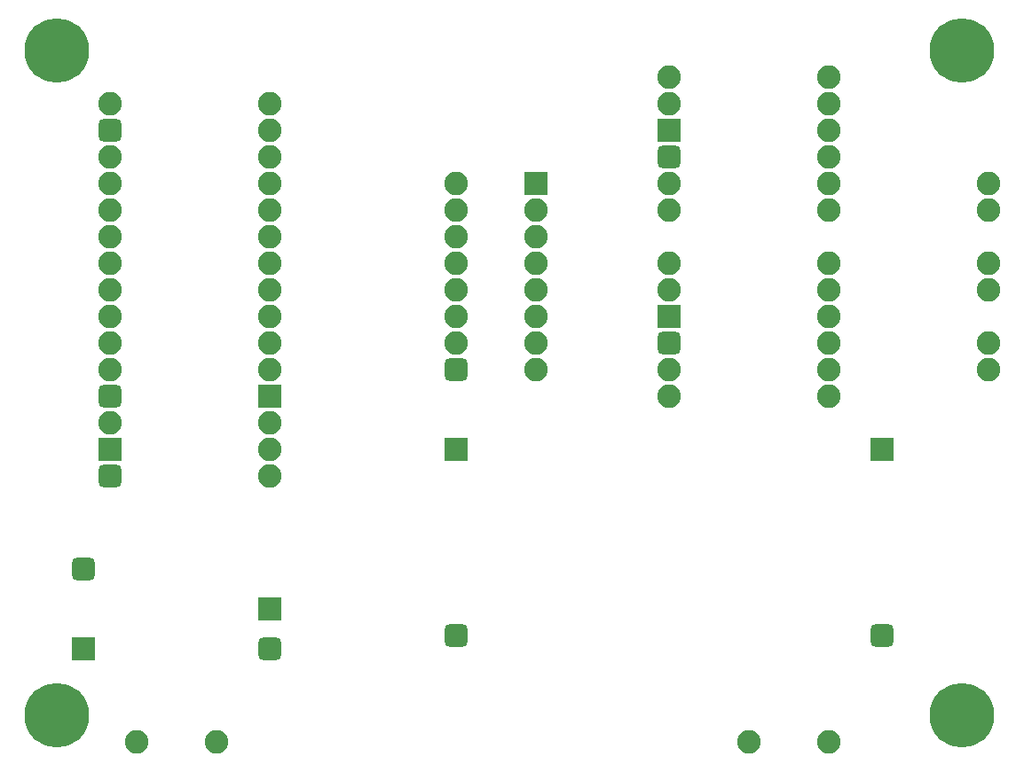
<source format=gbr>
G04*
G04 #@! TF.GenerationSoftware,Altium Limited,Altium Designer,25.3.3 (18)*
G04*
G04 Layer_Color=16711935*
%FSLAX44Y44*%
%MOMM*%
G71*
G04*
G04 #@! TF.SameCoordinates,99CC6AD0-2A63-4927-AC08-F09ED2D19244*
G04*
G04*
G04 #@! TF.FilePolarity,Negative*
G04*
G01*
G75*
G04:AMPARAMS|DCode=17|XSize=2.2524mm|YSize=2.2524mm|CornerRadius=0.6012mm|HoleSize=0mm|Usage=FLASHONLY|Rotation=180.000|XOffset=0mm|YOffset=0mm|HoleType=Round|Shape=RoundedRectangle|*
%AMROUNDEDRECTD17*
21,1,2.2524,1.0500,0,0,180.0*
21,1,1.0500,2.2524,0,0,180.0*
1,1,1.2024,-0.5250,0.5250*
1,1,1.2024,0.5250,0.5250*
1,1,1.2024,0.5250,-0.5250*
1,1,1.2024,-0.5250,-0.5250*
%
%ADD17ROUNDEDRECTD17*%
%ADD18R,2.2524X2.2524*%
%ADD19C,2.2524*%
%ADD20C,6.1524*%
D17*
X431800Y152400D02*
D03*
X838200D02*
D03*
X254000Y139700D02*
D03*
X76200Y215900D02*
D03*
X101600Y635000D02*
D03*
Y381000D02*
D03*
Y304800D02*
D03*
X431800Y406400D02*
D03*
X635000Y431800D02*
D03*
Y609600D02*
D03*
D18*
X431800Y330200D02*
D03*
X838200D02*
D03*
X254000Y177800D02*
D03*
X76200Y139700D02*
D03*
X254000Y381000D02*
D03*
X101600Y330200D02*
D03*
X508000Y584200D02*
D03*
X635000Y457200D02*
D03*
Y635000D02*
D03*
D19*
X254000Y660400D02*
D03*
Y635000D02*
D03*
Y609600D02*
D03*
Y584200D02*
D03*
Y558800D02*
D03*
Y533400D02*
D03*
Y508000D02*
D03*
Y482600D02*
D03*
Y457200D02*
D03*
Y431800D02*
D03*
Y406400D02*
D03*
Y355600D02*
D03*
Y330200D02*
D03*
Y304800D02*
D03*
X101600Y660400D02*
D03*
Y609600D02*
D03*
Y584200D02*
D03*
Y558800D02*
D03*
Y533400D02*
D03*
Y508000D02*
D03*
Y482600D02*
D03*
Y457200D02*
D03*
Y431800D02*
D03*
Y406400D02*
D03*
Y355600D02*
D03*
X508000Y558800D02*
D03*
Y533400D02*
D03*
Y508000D02*
D03*
Y482600D02*
D03*
Y457200D02*
D03*
Y431800D02*
D03*
Y406400D02*
D03*
X431800Y584200D02*
D03*
Y558800D02*
D03*
Y533400D02*
D03*
Y508000D02*
D03*
Y482600D02*
D03*
Y457200D02*
D03*
Y431800D02*
D03*
X787400Y508000D02*
D03*
Y482600D02*
D03*
Y457200D02*
D03*
Y431800D02*
D03*
Y406400D02*
D03*
Y381000D02*
D03*
X635000Y508000D02*
D03*
Y482600D02*
D03*
Y406400D02*
D03*
Y381000D02*
D03*
X787400Y685800D02*
D03*
Y660400D02*
D03*
Y635000D02*
D03*
Y609600D02*
D03*
Y584200D02*
D03*
Y558800D02*
D03*
X635000Y685800D02*
D03*
Y660400D02*
D03*
Y584200D02*
D03*
Y558800D02*
D03*
X203200Y50800D02*
D03*
X127000D02*
D03*
X939800Y406400D02*
D03*
Y431800D02*
D03*
X787400Y50800D02*
D03*
X711200D02*
D03*
X939800Y482600D02*
D03*
Y508000D02*
D03*
Y558800D02*
D03*
Y584200D02*
D03*
D20*
X914400Y76200D02*
D03*
Y711200D02*
D03*
X50800D02*
D03*
Y76200D02*
D03*
M02*

</source>
